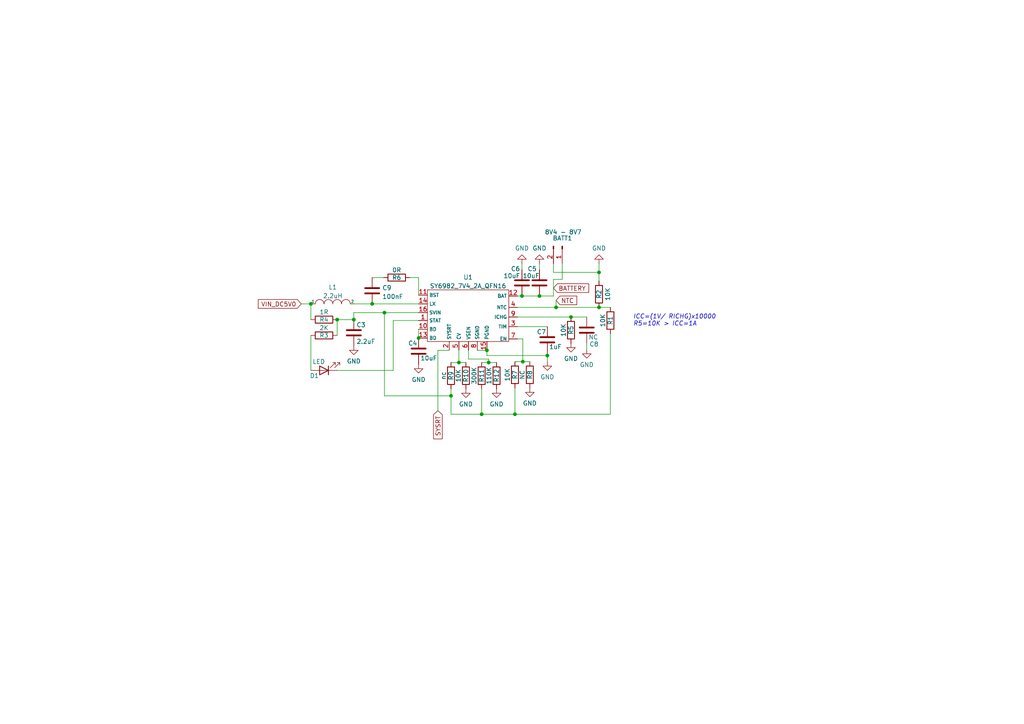
<source format=kicad_sch>
(kicad_sch (version 20211123) (generator eeschema)
  (paper "A4")
  (lib_symbols
    (symbol "Battery Chargers:SY6982_7V4_2A_QFN16"
      (property "Reference" "U" (at -0.254 5.08 0))
      (property "Value" "SY6982_7V4_2A_QFN16" (at -0.254 2.794 0))
      (symbol "SY6982_7V4_2A_QFN16_0_1"
        (rectangle (start -11.43 1.016) (end 12.192 -13.97) (stroke (width 0.1524)))
      )
      (symbol "SY6982_7V4_2A_QFN16_1_1"
        (pin bidirectional line (at -13.97 -7.874 0) (length 2.54) (name "STAT") (number "1"))
        (pin bidirectional line (at -13.97 -10.414 0) (length 2.54) (name "BD") (number "10"))
        (pin bidirectional line (at -13.97 -0.508 0) (length 2.54) (name "BST") (number "11"))
        (pin bidirectional line (at 14.732 -0.762 180) (length 2.54) (name "BAT") (number "12"))
        (pin bidirectional line (at -13.97 -12.954 0) (length 2.54) (name "BD") (number "13"))
        (pin bidirectional line (at -13.97 -3.048 0) (length 2.54) (name "LX") (number "14"))
        (pin bidirectional line (at 5.842 -16.51 90) (length 2.54) (name "PGND") (number "15"))
        (pin bidirectional line (at -13.97 -5.588 0) (length 2.54) (name "SVIN") (number "16"))
        (pin bidirectional line (at -5.08 -16.51 90) (length 2.54) (name "SYSRT") (number "2"))
        (pin bidirectional line (at 14.732 -9.652 180) (length 2.54) (name "TIM") (number "3"))
        (pin bidirectional line (at 14.732 -4.064 180) (length 2.54) (name "NTC") (number "4"))
        (pin bidirectional line (at -2.286 -16.51 90) (length 2.54) (name "CV") (number "5"))
        (pin bidirectional line (at 0.508 -16.51 90) (length 2.54) (name "VSEN") (number "6"))
        (pin bidirectional line (at 14.732 -13.208 180) (length 2.54) (name "EN") (number "7"))
        (pin bidirectional line (at 3.048 -16.51 90) (length 2.54) (name "SGND") (number "8"))
        (pin bidirectional line (at 14.732 -6.858 180) (length 2.54) (name "ICHG") (number "9"))
      )
    )
    (symbol "Connector:Conn_01x02_Male" (pin_names (offset 1.016) hide)
      (property "Reference" "J" (at 0 2.54 0))
      (property "Value" "Conn_01x02_Male" (at 0 -5.08 0))
      (symbol "Conn_01x02_Male_1_1"
        (polyline (pts (xy 1.27 -2.54) (xy 0.8636 -2.54)) (stroke (width 0.1524)))
        (polyline (pts (xy 1.27 0) (xy 0.8636 0)) (stroke (width 0.1524)))
        (rectangle (start 0.8636 -2.413) (end 0 -2.667) (stroke (width 0.1524)) (fill (type outline)))
        (rectangle (start 0.8636 0.127) (end 0 -0.127) (stroke (width 0.1524)) (fill (type outline)))
        (pin passive line (at 5.08 0 180) (length 3.81) (name "Pin_1") (number "1"))
        (pin passive line (at 5.08 -2.54 180) (length 3.81) (name "Pin_2") (number "2"))
      )
    )
    (symbol "Device:C" (pin_numbers hide) (pin_names (offset 0.254))
      (property "Reference" "C" (at 0.635 2.54 0))
      (property "Value" "C" (at 0.635 -2.54 0))
      (symbol "C_0_1"
        (polyline (pts (xy -2.032 -0.762) (xy 2.032 -0.762)) (stroke (width 0.508)))
        (polyline (pts (xy -2.032 0.762) (xy 2.032 0.762)) (stroke (width 0.508)))
      )
      (symbol "C_1_1"
        (pin passive line (at 0 3.81 270) (length 2.794) (name "~") (number "1"))
        (pin passive line (at 0 -3.81 90) (length 2.794) (name "~") (number "2"))
      )
    )
    (symbol "Device:LED" (pin_numbers hide) (pin_names (offset 1.016) hide)
      (property "Reference" "D" (at 0 2.54 0))
      (property "Value" "LED" (at 0 -2.54 0))
      (symbol "LED_0_1"
        (polyline (pts (xy -1.27 -1.27) (xy -1.27 1.27)) (stroke (width 0.254)))
        (polyline (pts (xy -1.27 0) (xy 1.27 0)))
        (polyline (pts (xy 1.27 -1.27) (xy 1.27 1.27) (xy -1.27 0) (xy 1.27 -1.27)) (stroke (width 0.254)))
        (polyline (pts (xy -3.048 -0.762) (xy -4.572 -2.286) (xy -3.81 -2.286) (xy -4.572 -2.286) (xy -4.572 -1.524)))
        (polyline (pts (xy -1.778 -0.762) (xy -3.302 -2.286) (xy -2.54 -2.286) (xy -3.302 -2.286) (xy -3.302 -1.524)))
      )
      (symbol "LED_1_1"
        (pin passive line (at -3.81 0 0) (length 2.54) (name "K") (number "1"))
        (pin passive line (at 3.81 0 180) (length 2.54) (name "A") (number "2"))
      )
    )
    (symbol "Device:R" (pin_numbers hide) (pin_names (offset 0))
      (property "Reference" "R" (at 2.032 0 90))
      (property "Value" "R" (at 0 0 90))
      (symbol "R_0_1"
        (rectangle (start -1.016 -2.54) (end 1.016 2.54) (stroke (width 0.254)))
      )
      (symbol "R_1_1"
        (pin passive line (at 0 3.81 270) (length 1.27) (name "~") (number "1"))
        (pin passive line (at 0 -3.81 90) (length 1.27) (name "~") (number "2"))
      )
    )
    (symbol "power:GND" (power) (pin_names (offset 0))
      (property "Value" "GND" (at 0 -3.81 0))
      (symbol "GND_0_1"
        (polyline (pts (xy 0 0) (xy 0 -1.27) (xy 1.27 -1.27) (xy 0 -2.54) (xy -1.27 -1.27) (xy 0 -1.27)))
      )
      (symbol "GND_1_1"
        (pin power_in line (at 0 0 270) (length 0) hide (name "GND") (number "1"))
      )
    )
    (symbol "pspice:INDUCTOR" (pin_numbers hide) (pin_names (offset 0))
      (property "Reference" "L" (at 0 2.54 0))
      (property "Value" "INDUCTOR" (at 0 -1.27 0))
      (symbol "INDUCTOR_0_1"
        (arc (start -2.54 0) (mid -3.81 1.27) (end -5.08 0))
        (arc (start 0 0) (mid -1.27 1.27) (end -2.54 0))
        (arc (start 2.54 0) (mid 1.27 1.27) (end 0 0))
        (arc (start 5.08 0) (mid 3.81 1.27) (end 2.54 0))
      )
      (symbol "INDUCTOR_1_1"
        (pin input line (at -6.35 0 0) (length 1.27) (name "1") (number "1"))
        (pin input line (at 6.35 0 180) (length 1.27) (name "2") (number "2"))
      )
    )
  )
  (junction (at 141.224 101.6))
  (junction (at 139.7 120.142))
  (junction (at 133.096 105.156))
  (junction (at 97.79 92.71))
  (junction (at 121.412 98.044))
  (junction (at 173.736 89.154))
  (junction (at 149.352 120.142))
  (junction (at 102.616 92.71))
  (junction (at 151.384 85.852))
  (junction (at 161.29 89.154))
  (junction (at 90.17 88.138))
  (junction (at 111.506 90.678))
  (junction (at 165.608 91.948))
  (junction (at 141.732 105.156))
  (junction (at 156.464 85.852))
  (junction (at 158.75 103.124))
  (junction (at 107.95 88.138))
  (junction (at 130.81 114.808))
  (junction (at 151.638 104.902))
  (junction (at 173.736 78.994))
  (wire (pts (xy 121.412 92.964) (xy 114.046 92.964)))
  (wire (pts (xy 133.096 105.156) (xy 135.128 105.156)))
  (wire (pts (xy 163.068 81.026) (xy 163.068 76.454)))
  (wire (pts (xy 121.412 80.518) (xy 118.872 80.518)))
  (wire (pts (xy 121.412 90.678) (xy 111.506 90.678)))
  (wire (pts (xy 160.528 81.026) (xy 163.068 81.026)))
  (wire (pts (xy 173.736 76.454) (xy 173.736 78.994)))
  (wire (pts (xy 156.464 85.852) (xy 160.528 85.852)))
  (wire (pts (xy 141.224 103.124) (xy 158.75 103.124)))
  (wire (pts (xy 141.224 103.124) (xy 141.224 101.6)))
  (wire (pts (xy 173.736 78.994) (xy 173.736 81.534)))
  (wire (pts (xy 111.506 90.678) (xy 111.506 114.808)))
  (wire (pts (xy 107.95 80.518) (xy 111.252 80.518)))
  (wire (pts (xy 107.95 88.138) (xy 121.412 88.138)))
  (wire (pts (xy 127 101.6) (xy 127 119.126)))
  (wire (pts (xy 173.736 89.154) (xy 177.038 89.154)))
  (wire (pts (xy 150.114 85.852) (xy 151.384 85.852)))
  (wire (pts (xy 121.412 95.504) (xy 121.412 98.044)))
  (wire (pts (xy 139.7 120.142) (xy 149.352 120.142)))
  (wire (pts (xy 151.384 85.852) (xy 156.464 85.852)))
  (wire (pts (xy 151.384 76.454) (xy 151.384 78.232)))
  (wire (pts (xy 102.616 90.678) (xy 102.616 92.71)))
  (wire (pts (xy 130.81 114.808) (xy 130.81 120.142)))
  (wire (pts (xy 150.114 98.298) (xy 151.638 98.298)))
  (wire (pts (xy 151.638 98.298) (xy 151.638 104.902)))
  (wire (pts (xy 177.038 96.774) (xy 177.038 120.142)))
  (wire (pts (xy 90.17 97.282) (xy 90.17 107.442)))
  (wire (pts (xy 87.376 88.138) (xy 90.17 88.138)))
  (wire (pts (xy 135.89 101.6) (xy 135.89 104.14)))
  (wire (pts (xy 150.114 91.948) (xy 165.608 91.948)))
  (wire (pts (xy 97.79 92.71) (xy 102.616 92.71)))
  (wire (pts (xy 141.732 105.156) (xy 144.018 105.156)))
  (wire (pts (xy 160.528 81.026) (xy 160.528 85.852)))
  (wire (pts (xy 121.412 85.598) (xy 121.412 80.518)))
  (wire (pts (xy 160.528 78.994) (xy 173.736 78.994)))
  (wire (pts (xy 156.464 76.454) (xy 156.464 78.232)))
  (wire (pts (xy 130.81 105.156) (xy 133.096 105.156)))
  (wire (pts (xy 160.528 76.454) (xy 160.528 78.994)))
  (wire (pts (xy 150.114 94.742) (xy 158.75 94.742)))
  (wire (pts (xy 161.29 89.154) (xy 173.736 89.154)))
  (wire (pts (xy 165.608 91.948) (xy 170.18 91.948)))
  (wire (pts (xy 111.506 90.678) (xy 102.616 90.678)))
  (wire (pts (xy 138.43 101.6) (xy 141.224 101.6)))
  (wire (pts (xy 111.506 114.808) (xy 130.81 114.808)))
  (wire (pts (xy 149.352 120.142) (xy 149.352 112.522)))
  (wire (pts (xy 149.352 120.142) (xy 177.038 120.142)))
  (wire (pts (xy 97.79 92.71) (xy 97.79 97.282)))
  (wire (pts (xy 133.096 101.6) (xy 133.096 105.156)))
  (wire (pts (xy 114.046 107.442) (xy 97.79 107.442)))
  (wire (pts (xy 149.352 104.902) (xy 151.638 104.902)))
  (wire (pts (xy 114.046 92.964) (xy 114.046 107.442)))
  (wire (pts (xy 141.732 104.14) (xy 141.732 105.156)))
  (wire (pts (xy 130.81 120.142) (xy 139.7 120.142)))
  (wire (pts (xy 150.114 89.154) (xy 161.29 89.154)))
  (wire (pts (xy 158.75 104.902) (xy 158.75 103.124)))
  (wire (pts (xy 90.17 88.138) (xy 90.17 92.71)))
  (wire (pts (xy 130.81 112.776) (xy 130.81 114.808)))
  (wire (pts (xy 102.87 88.138) (xy 107.95 88.138)))
  (wire (pts (xy 135.89 104.14) (xy 141.732 104.14)))
  (wire (pts (xy 158.75 103.124) (xy 158.75 102.362)))
  (wire (pts (xy 151.638 104.902) (xy 153.67 104.902)))
  (wire (pts (xy 161.29 87.122) (xy 161.29 89.154)))
  (wire (pts (xy 139.7 105.156) (xy 141.732 105.156)))
  (wire (pts (xy 139.7 120.142) (xy 139.7 112.776)))
  (wire (pts (xy 170.18 101.346) (xy 170.18 99.568)))
  (wire (pts (xy 127 101.6) (xy 130.302 101.6)))
  (text "ICC=(1V/ RICHG)x10000\nR5=10K > ICC=1A" (at 183.642 94.742 0) (effects (font (size 1.27 1.27) italic) (justify left bottom)))
  (global_label "VIN_DC5V0" (shape input) (at 87.376 88.138 180) (property "Intersheet References" "${INTERSHEET_REFS}" (effects hide)))
  (global_label "NTC" (shape input) (at 161.29 87.122 0) (property "Intersheet References" "${INTERSHEET_REFS}" (effects hide)))
  (global_label "BATTERY" (shape input) (at 160.528 83.566 0) (property "Intersheet References" "${INTERSHEET_REFS}" (effects hide)))
  (global_label "SYSRT" (shape input) (at 127 119.126 270) (property "Intersheet References" "${INTERSHEET_REFS}" (effects hide)))
  (symbol (lib_id "Connector:Conn_01x02_Male") (at 163.068 71.374 270) (unit 1)
    (property "Reference" "BATT1" (at 160.274 69.088 90) (effects (justify left)))
    (property "Value" "8V4 - 8V7" (at 157.988 67.31 90) (effects (justify left)))
    (property "Footprint" "Connector_JST:JST_EH_S2B-EH_1x02_P2.50mm_Horizontal" (effects hide))
  )
  (symbol (lib_id "power:GND") (at 135.128 112.776 0) (unit 1)
    (property "Reference" "#PWR0107" (effects hide))
    (property "Value" "GND" (at 135.128 117.2194 0))
  )
  (symbol (lib_id "power:GND") (at 158.75 104.902 0) (unit 1)
    (property "Reference" "#PWR0105" (effects hide))
    (property "Value" "GND" (at 158.75 109.3454 0))
  )
  (symbol (lib_id "power:GND") (at 165.608 99.568 0) (unit 1)
    (property "Reference" "#PWR0111" (effects hide))
    (property "Value" "GND" (at 165.608 104.0114 0))
  )
  (symbol (lib_id "Device:C") (at 102.616 96.52 0) (unit 1)
    (property "Reference" "C3" (at 103.378 94.234 0) (effects (justify left)))
    (property "Value" "2.2uF" (at 103.378 99.06 0) (effects (justify left)))
    (property "Footprint" "Capacitor_SMD:C_0805_2012Metric" (effects hide))
  )
  (symbol (lib_id "Device:C") (at 107.95 84.328 0) (unit 1)
    (property "Reference" "C9" (at 110.871 83.4933 0) (effects (justify left)))
    (property "Value" "100nF" (at 110.871 86.0302 0) (effects (justify left)))
    (property "Footprint" "Capacitor_SMD:C_0805_2012Metric" (effects hide))
  )
  (symbol (lib_id "power:GND") (at 102.616 100.33 0) (unit 1)
    (property "Reference" "#PWR0101" (effects hide))
    (property "Value" "GND" (at 102.616 104.7734 0))
  )
  (symbol (lib_id "Device:R") (at 144.018 108.966 180) (unit 1)
    (property "Reference" "R12" (at 144.018 108.966 90))
    (property "Value" "110K" (at 141.8391 108.966 90))
    (property "Footprint" "Resistor_SMD:R_0805_2012Metric" (effects hide))
  )
  (symbol (lib_id "pspice:INDUCTOR") (at 96.52 88.138 0) (unit 1)
    (property "Reference" "L1" (at 96.52 83.2952 0))
    (property "Value" "2.2uH" (at 96.52 85.8321 0))
    (property "Footprint" "Inductor_SMD:L_1812_4532Metric" (effects hide))
  )
  (symbol (lib_id "Device:R") (at 165.608 95.758 180) (unit 1)
    (property "Reference" "R5" (at 165.608 95.758 90))
    (property "Value" "10K" (at 163.4291 95.758 90))
    (property "Footprint" "Resistor_SMD:R_0805_2012Metric" (effects hide))
  )
  (symbol (lib_id "Device:C") (at 156.464 82.042 180) (unit 1)
    (property "Reference" "C5" (at 155.702 77.978 0) (effects (justify left)))
    (property "Value" "10uF" (at 156.464 80.01 0) (effects (justify left)))
    (property "Footprint" "Capacitor_SMD:C_0805_2012Metric" (effects hide))
  )
  (symbol (lib_id "Device:R") (at 177.038 92.964 180) (unit 1)
    (property "Reference" "R1" (at 177.038 92.964 90))
    (property "Value" "10K" (at 174.8591 92.964 90))
    (property "Footprint" "Resistor_SMD:R_0805_2012Metric" (effects hide))
  )
  (symbol (lib_id "power:GND") (at 151.384 76.454 180) (unit 1)
    (property "Reference" "#PWR0103" (effects hide))
    (property "Value" "GND" (at 151.384 72.0106 0))
  )
  (symbol (lib_id "Device:R") (at 93.98 97.282 90) (unit 1)
    (property "Reference" "R3" (at 93.98 97.282 90))
    (property "Value" "2K" (at 93.98 95.1031 90))
    (property "Footprint" "Resistor_SMD:R_0805_2012Metric" (effects hide))
  )
  (symbol (lib_id "Battery Chargers:SY6982_7V4_2A_QFN16") (at 135.382 85.09 0) (unit 1)
    (property "Reference" "U1" (at 135.763 80.425 0))
    (property "Value" "SY6982_7V4_2A_QFN16" (at 135.763 82.9619 0))
    (property "Footprint" "Battery Chargers:SY6982E 7.4V 2A QFN3x3-16" (effects hide))
  )
  (symbol (lib_id "Device:C") (at 158.75 98.552 0) (unit 1)
    (property "Reference" "C7" (at 155.702 96.266 0) (effects (justify left)))
    (property "Value" "1uF" (at 159.258 100.584 0) (effects (justify left)))
    (property "Footprint" "Capacitor_SMD:C_0805_2012Metric" (effects hide))
  )
  (symbol (lib_id "power:GND") (at 121.412 105.664 0) (unit 1)
    (property "Reference" "#PWR0102" (effects hide))
    (property "Value" "GND" (at 121.412 110.1074 0))
  )
  (symbol (lib_id "power:GND") (at 173.736 76.454 180) (unit 1)
    (property "Reference" "#PWR0110" (effects hide))
    (property "Value" "GND" (at 173.736 72.0106 0))
  )
  (symbol (lib_id "Device:R") (at 139.7 108.966 180) (unit 1)
    (property "Reference" "R11" (at 139.7 108.966 90))
    (property "Value" "300K" (at 137.5211 108.966 90))
    (property "Footprint" "Resistor_SMD:R_0805_2012Metric" (effects hide))
  )
  (symbol (lib_id "Device:C") (at 170.18 95.758 0) (unit 1)
    (property "Reference" "C8" (at 170.942 99.822 0) (effects (justify left)))
    (property "Value" "NC" (at 170.688 97.79 0) (effects (justify left)))
    (property "Footprint" "Capacitor_SMD:C_0805_2012Metric" (effects hide))
  )
  (symbol (lib_id "power:GND") (at 156.464 76.454 180) (unit 1)
    (property "Reference" "#PWR0104" (effects hide))
    (property "Value" "GND" (at 156.464 72.0106 0))
  )
  (symbol (lib_id "Device:C") (at 121.412 101.854 0) (unit 1)
    (property "Reference" "C4" (at 118.364 99.568 0) (effects (justify left)))
    (property "Value" "10uF" (at 121.92 103.886 0) (effects (justify left)))
    (property "Footprint" "Capacitor_SMD:C_0805_2012Metric" (effects hide))
  )
  (symbol (lib_id "Device:R") (at 135.128 108.966 180) (unit 1)
    (property "Reference" "R10" (at 135.128 108.966 90))
    (property "Value" "10K" (at 132.9491 108.966 90))
    (property "Footprint" "Resistor_SMD:R_0805_2012Metric" (effects hide))
  )
  (symbol (lib_id "Device:LED") (at 93.98 107.442 180) (unit 1)
    (property "Reference" "D1" (at 91.186 108.966 0))
    (property "Value" "LED" (at 92.456 104.902 0))
    (property "Footprint" "LED_SMD:LED_1206_3216Metric" (effects hide))
  )
  (symbol (lib_id "power:GND") (at 144.018 112.776 0) (unit 1)
    (property "Reference" "#PWR0109" (effects hide))
    (property "Value" "GND" (at 144.018 117.2194 0))
  )
  (symbol (lib_id "Device:R") (at 153.67 108.712 180) (unit 1)
    (property "Reference" "R8" (at 153.67 108.712 90))
    (property "Value" "NC" (at 151.4911 108.712 90))
    (property "Footprint" "Resistor_SMD:R_0805_2012Metric" (effects hide))
  )
  (symbol (lib_id "Device:R") (at 173.736 85.344 180) (unit 1)
    (property "Reference" "R2" (at 173.736 85.344 90))
    (property "Value" "10K" (at 176.276 85.344 90))
    (property "Footprint" "Resistor_SMD:R_0805_2012Metric" (effects hide))
  )
  (symbol (lib_id "Device:R") (at 93.98 92.71 90) (unit 1)
    (property "Reference" "R4" (at 93.98 92.71 90))
    (property "Value" "1R" (at 93.98 90.5311 90))
    (property "Footprint" "Resistor_SMD:R_0805_2012Metric" (effects hide))
  )
  (symbol (lib_id "power:GND") (at 170.18 101.346 0) (unit 1)
    (property "Reference" "#PWR0106" (effects hide))
    (property "Value" "GND" (at 170.18 105.7894 0))
  )
  (symbol (lib_id "Device:R") (at 149.352 108.712 180) (unit 1)
    (property "Reference" "R7" (at 149.352 108.712 90))
    (property "Value" "10K" (at 147.1731 108.712 90))
    (property "Footprint" "Resistor_SMD:R_0805_2012Metric" (effects hide))
  )
  (symbol (lib_id "Device:C") (at 151.384 82.042 180) (unit 1)
    (property "Reference" "C6" (at 150.876 77.978 0) (effects (justify left)))
    (property "Value" "10uF" (at 150.876 80.01 0) (effects (justify left)))
    (property "Footprint" "Capacitor_SMD:C_0805_2012Metric" (effects hide))
  )
  (symbol (lib_id "power:GND") (at 153.67 112.522 0) (unit 1)
    (property "Reference" "#PWR0108" (effects hide))
    (property "Value" "GND" (at 153.67 116.9654 0))
  )
  (symbol (lib_id "Device:R") (at 130.81 108.966 180) (unit 1)
    (property "Reference" "R9" (at 130.81 108.966 90))
    (property "Value" "nc" (at 128.6311 108.966 90))
    (property "Footprint" "Resistor_SMD:R_0805_2012Metric" (effects hide))
  )
  (symbol (lib_id "Device:R") (at 115.062 80.518 90) (unit 1)
    (property "Reference" "R6" (at 115.062 80.518 90))
    (property "Value" "0R" (at 115.062 78.3391 90))
    (property "Footprint" "Resistor_SMD:R_0805_2012Metric" (effects hide))
  )
)
</source>
